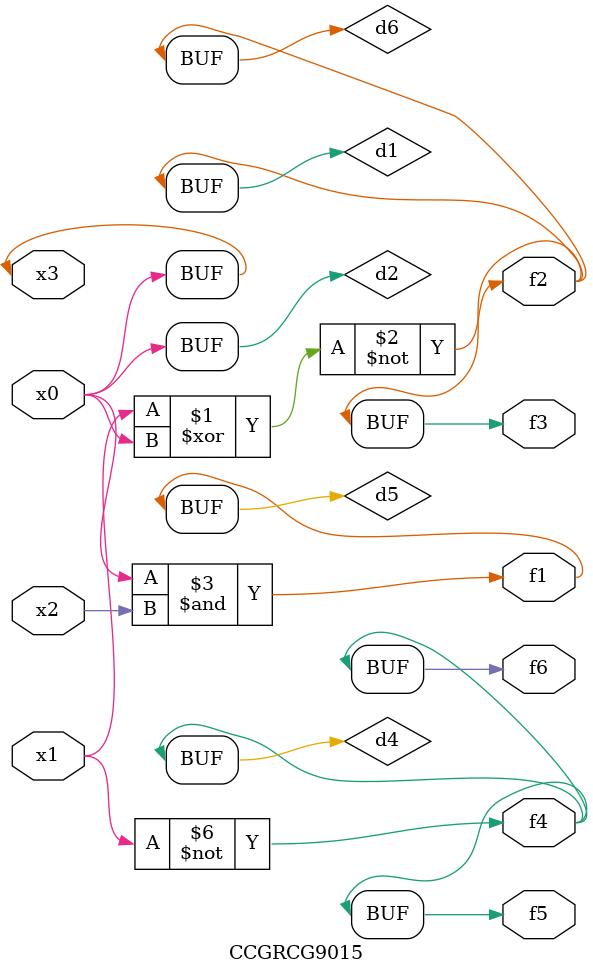
<source format=v>
module CCGRCG9015(
	input x0, x1, x2, x3,
	output f1, f2, f3, f4, f5, f6
);

	wire d1, d2, d3, d4, d5, d6;

	xnor (d1, x1, x3);
	buf (d2, x0, x3);
	nand (d3, x0, x2);
	not (d4, x1);
	nand (d5, d3);
	or (d6, d1);
	assign f1 = d5;
	assign f2 = d6;
	assign f3 = d6;
	assign f4 = d4;
	assign f5 = d4;
	assign f6 = d4;
endmodule

</source>
